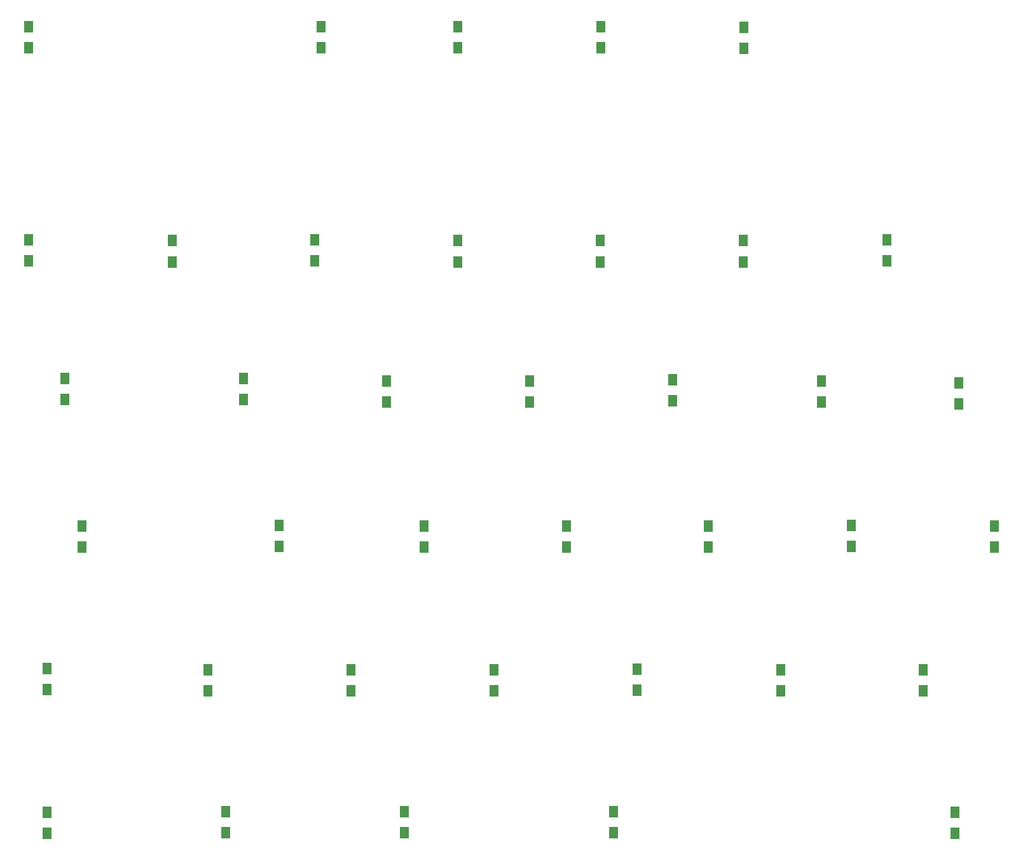
<source format=gbp>
G04 #@! TF.GenerationSoftware,KiCad,Pcbnew,7.0.9-1.fc39*
G04 #@! TF.CreationDate,2024-01-02T19:22:47+02:00*
G04 #@! TF.ProjectId,SplitHsideLeft3,53706c69-7448-4736-9964-654c65667433,rev?*
G04 #@! TF.SameCoordinates,Original*
G04 #@! TF.FileFunction,Paste,Bot*
G04 #@! TF.FilePolarity,Positive*
%FSLAX46Y46*%
G04 Gerber Fmt 4.6, Leading zero omitted, Abs format (unit mm)*
G04 Created by KiCad (PCBNEW 7.0.9-1.fc39) date 2024-01-02 19:22:47*
%MOMM*%
%LPD*%
G01*
G04 APERTURE LIST*
%ADD10R,1.200000X1.600000*%
G04 APERTURE END LIST*
D10*
X71402790Y-71600000D03*
X71402790Y-74400000D03*
X71402790Y-100000000D03*
X71402790Y-102800000D03*
X76165310Y-118401749D03*
X76165310Y-121201749D03*
X78500000Y-138100000D03*
X78500000Y-140900000D03*
X73784050Y-157000000D03*
X73784050Y-159800000D03*
X73784050Y-176200000D03*
X73784050Y-179000000D03*
X90500000Y-100100000D03*
X90500000Y-102900000D03*
X99977910Y-118401749D03*
X99977910Y-121201749D03*
X104740430Y-138000000D03*
X104740430Y-140800000D03*
X95215390Y-157200000D03*
X95215390Y-160000000D03*
X97596650Y-176100000D03*
X97596650Y-178900000D03*
X109502950Y-100000000D03*
X109502950Y-102800000D03*
X119027990Y-118729859D03*
X119027990Y-121529859D03*
X124000000Y-138100000D03*
X124000000Y-140900000D03*
X114265470Y-157200000D03*
X114265470Y-160000000D03*
X121409250Y-176100000D03*
X121409250Y-178900000D03*
X128553030Y-100100000D03*
X128553030Y-102900000D03*
X138078070Y-118729859D03*
X138078070Y-121529859D03*
X143000000Y-138100000D03*
X143000000Y-140900000D03*
X133315550Y-157200000D03*
X133315550Y-160000000D03*
X166652710Y-71700000D03*
X166652710Y-74500000D03*
X147500000Y-100100000D03*
X147500000Y-102900000D03*
X157127710Y-118610799D03*
X157127710Y-121410799D03*
X161890210Y-138100000D03*
X161890210Y-140900000D03*
X152365210Y-157100000D03*
X152365210Y-159900000D03*
X180940210Y-138000000D03*
X180940210Y-140800000D03*
X171500000Y-157200000D03*
X171500000Y-160000000D03*
X195227710Y-119000000D03*
X195227710Y-121800000D03*
X199990210Y-138100000D03*
X199990210Y-140900000D03*
X190500000Y-157200000D03*
X190500000Y-160000000D03*
X110296460Y-71600000D03*
X110296460Y-74400000D03*
X185702710Y-100000000D03*
X185702710Y-102800000D03*
X147602710Y-71600000D03*
X147602710Y-74400000D03*
X128500000Y-71600000D03*
X128500000Y-74400000D03*
X166500000Y-100100000D03*
X166500000Y-102900000D03*
X149225000Y-176100000D03*
X149225000Y-178900000D03*
X176971460Y-118798299D03*
X176971460Y-121598299D03*
X194750000Y-176200000D03*
X194750000Y-179000000D03*
M02*

</source>
